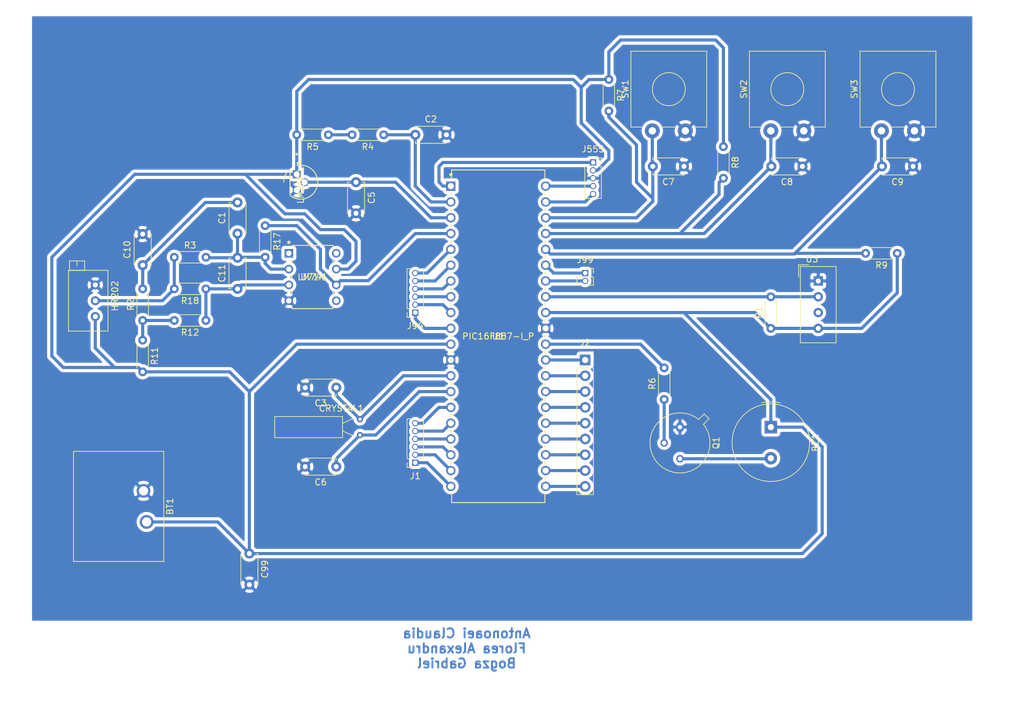
<source format=kicad_pcb>
(kicad_pcb (version 20171130) (host pcbnew "(5.1.0)-1")
  (layers (0 F.Cu signal) (31 B.Cu signal) (34 B.Paste user) (35 F.Paste user) (36 B.SilkS user) (37 F.SilkS user) (38 B.Mask user) (39 F.Mask user) (44 Edge.Cuts user))
  (net 0 "")
  (net 1 +5V)
  (net 2 "Net-(BZ1-Pad2)")
  (net 3 "Net-(C1-Pad2)")
  (net 4 "Net-(C1-Pad1)")
  (net 5 "Net-(C2-Pad1)")
  (net 6 GND)
  (net 7 "Net-(C3-Pad1)")
  (net 8 "Net-(C5-Pad1)")
  (net 9 "Net-(C6-Pad1)")
  (net 10 "Net-(C7-Pad2)")
  (net 11 "Net-(C8-Pad2)")
  (net 12 "Net-(C9-Pad2)")
  (net 13 "Net-(C11-Pad1)")
  (net 14 "Net-(HR202-Pad2)")
  (net 15 "Net-(J94-Pad1)")
  (net 16 "Net-(J94-Pad2)")
  (net 17 "Net-(J94-Pad3)")
  (net 18 "Net-(J94-Pad4)")
  (net 19 "Net-(J94-Pad5)")
  (net 20 "Net-(J94-Pad6)")
  (net 21 "Net-(J99-Pad1)")
  (net 22 "Net-(J99-Pad2)")
  (net 23 "Net-(J555-Pad5)")
  (net 24 "Net-(J555-Pad4)")
  (net 25 "Net-(J555-Pad1)")
  (net 26 "Net-(Q1-Pad2)")
  (net 27 "Net-(R1-Pad2)")
  (net 28 "Net-(R11-Pad1)")
  (net 29 "Net-(R4-Pad2)")
  (net 30 "Net-(R6-Pad2)")
  (net 31 "Net-(R17-Pad1)")
  (net 32 "Net-(U3-Pad3)")
  (net 33 "Net-(U714-Pad1)")
  (net 34 "Net-(U714-Pad5)")
  (net 35 "Net-(U714-Pad8)")
  (net 36 "Net-(J1-Pad6)")
  (net 37 "Net-(J1-Pad5)")
  (net 38 "Net-(J1-Pad4)")
  (net 39 "Net-(J1-Pad3)")
  (net 40 "Net-(J1-Pad2)")
  (net 41 "Net-(J1-Pad1)")
  (net 42 "Net-(J2-Pad9)")
  (net 43 "Net-(J2-Pad8)")
  (net 44 "Net-(J2-Pad7)")
  (net 45 "Net-(J2-Pad6)")
  (net 46 "Net-(J2-Pad5)")
  (net 47 "Net-(J2-Pad4)")
  (net 48 "Net-(J2-Pad3)")
  (net 49 "Net-(J2-Pad2)")
  (net 50 "Net-(J2-Pad1)")
  (module Button_Switch_Keyboard:SW_Matias_1.75u (layer F.Cu) (at 88.265 132.08 270)
    (fp_text reference BT1 (at -2.5 -3.75 270) (layer F.SilkS))
    (fp_text value Alimentare)
    (pad 2 thru_hole circle (at -5 0.5 270) (size 2.2 2.2) (drill 1.5) (layers *.Cu *.Mask) (net 6 GND))
    (pad 1 thru_hole circle (at 0 0 270) (size 2.2 2.2) (drill 1.5) (layers *.Cu *.Mask) (net 1 +5V))
  )
  (module Capacitor_THT:C_Disc_D4.7mm_W2.5mm_P5.00mm (layer F.Cu) (at 104.775 137.16 270)
    (fp_text reference C99 (at 2.5 -2.5 270) (layer F.SilkS))
    (fp_text value 100nF)
    (pad 2 thru_hole circle (at 5 0 270) (size 1.6 1.6) (drill 0.8) (layers *.Cu *.Mask) (net 6 GND))
    (pad 1 thru_hole circle (at 0 0 270) (size 1.6 1.6) (drill 0.8) (layers *.Cu *.Mask) (net 1 +5V))
  )
  (module Connector_PinSocket_2.54mm:PinSocket_1x09_P2.54mm_Vertical (layer F.Cu) (at 158.75 106.045)
    (fp_text reference J2 (at 0 -2.77) (layer F.SilkS))
    (fp_text value Conn_01x09_Female)
    (pad 9 thru_hole oval (at 0 20.32) (size 1.7 1.7) (drill 1) (layers *.Cu *.Mask) (net 42 "Net-(J2-Pad9)"))
    (pad 8 thru_hole oval (at 0 17.78) (size 1.7 1.7) (drill 1) (layers *.Cu *.Mask) (net 43 "Net-(J2-Pad8)"))
    (pad 7 thru_hole oval (at 0 15.24) (size 1.7 1.7) (drill 1) (layers *.Cu *.Mask) (net 44 "Net-(J2-Pad7)"))
    (pad 6 thru_hole oval (at 0 12.7) (size 1.7 1.7) (drill 1) (layers *.Cu *.Mask) (net 45 "Net-(J2-Pad6)"))
    (pad 5 thru_hole oval (at 0 10.16) (size 1.7 1.7) (drill 1) (layers *.Cu *.Mask) (net 46 "Net-(J2-Pad5)"))
    (pad 4 thru_hole oval (at 0 7.62) (size 1.7 1.7) (drill 1) (layers *.Cu *.Mask) (net 47 "Net-(J2-Pad4)"))
    (pad 3 thru_hole oval (at 0 5.08) (size 1.7 1.7) (drill 1) (layers *.Cu *.Mask) (net 48 "Net-(J2-Pad3)"))
    (pad 2 thru_hole oval (at 0 2.54) (size 1.7 1.7) (drill 1) (layers *.Cu *.Mask) (net 49 "Net-(J2-Pad2)"))
    (pad 1 thru_hole rect (at 0 0) (size 1.7 1.7) (drill 1) (layers *.Cu *.Mask) (net 50 "Net-(J2-Pad1)"))
  )
  (module Sensor:Aosong_DHT11_5.5x12.0_P2.54mm (layer F.Cu) (at 196.215 93.345)
    (fp_text reference U3 (at -1 -3.5) (layer F.SilkS))
    (fp_text value DHT11)
    (pad 1 thru_hole rect (at 0 0) (size 1.5 1.5) (drill 0.8) (layers *.Cu *.Mask) (net 6 GND))
    (pad 2 thru_hole circle (at 0 2.54) (size 1.5 1.5) (drill 0.8) (layers *.Cu *.Mask) (net 27 "Net-(R1-Pad2)"))
    (pad 3 thru_hole circle (at 0 5.08) (size 1.5 1.5) (drill 0.8) (layers *.Cu *.Mask) (net 32 "Net-(U3-Pad3)"))
    (pad 4 thru_hole circle (at 0 7.62) (size 1.5 1.5) (drill 0.8) (layers *.Cu *.Mask) (net 1 +5V))
  )
  (module Buzzer_Beeper:Buzzer_TDK_PS1240P02BT_D12.2mm_H6.5mm (layer F.Cu) (at 188.595 116.84 270)
    (fp_text reference BZ1 (at 2.5 -7.17 270) (layer F.SilkS))
    (fp_text value Buzzer)
    (pad 1 thru_hole rect (at 0 0 270) (size 2 2) (drill 1) (layers *.Cu *.Mask) (net 1 +5V))
    (pad 2 thru_hole circle (at 5 0 270) (size 2 2) (drill 1) (layers *.Cu *.Mask) (net 2 "Net-(BZ1-Pad2)"))
  )
  (module Potentiometer_THT:Potentiometer_Bourns_3299X_Horizontal (layer F.Cu) (at 80.01 99.06 270)
    (fp_text reference HR202 (at -3.3 -3.16 270) (layer F.SilkS))
    (fp_text value R_POT)
    (pad 3 thru_hole circle (at -5.08 0 270) (size 1.44 1.44) (drill 0.8) (layers *.Cu *.Mask) (net 6 GND))
    (pad 2 thru_hole circle (at -2.54 0 270) (size 1.44 1.44) (drill 0.8) (layers *.Cu *.Mask) (net 14 "Net-(HR202-Pad2)"))
    (pad 1 thru_hole circle (at 0 0 270) (size 1.44 1.44) (drill 0.8) (layers *.Cu *.Mask) (net 1 +5V))
  )
  (module Resistor_THT:R_Axial_DIN0204_L3.6mm_D1.6mm_P5.08mm_Horizontal (layer F.Cu) (at 117.475 69.85 180)
    (fp_text reference R5 (at 2.54 -1.92 180) (layer F.SilkS))
    (fp_text value R_PHOTO)
    (pad 2 thru_hole oval (at 5.08 0 180) (size 1.4 1.4) (drill 0.7) (layers *.Cu *.Mask) (net 1 +5V))
    (pad 1 thru_hole circle (at 0 0 180) (size 1.4 1.4) (drill 0.7) (layers *.Cu *.Mask) (net 29 "Net-(R4-Pad2)"))
  )
  (module Capacitor_THT:C_Disc_D4.7mm_W2.5mm_P5.00mm (layer F.Cu) (at 102.87 94.615 90)
    (fp_text reference C11 (at 2.5 -2.5 90) (layer F.SilkS))
    (fp_text value 1uF)
    (pad 2 thru_hole circle (at 5 0 90) (size 1.6 1.6) (drill 0.8) (layers *.Cu *.Mask) (net 4 "Net-(C1-Pad1)"))
    (pad 1 thru_hole circle (at 0 0 90) (size 1.6 1.6) (drill 0.8) (layers *.Cu *.Mask) (net 13 "Net-(C11-Pad1)"))
  )
  (module Capacitor_THT:C_Disc_D4.7mm_W2.5mm_P5.00mm (layer F.Cu) (at 87.63 90.805 90)
    (fp_text reference C10 (at 2.5 -2.5 90) (layer F.SilkS))
    (fp_text value 1uF)
    (pad 2 thru_hole circle (at 5 0 90) (size 1.6 1.6) (drill 0.8) (layers *.Cu *.Mask) (net 6 GND))
    (pad 1 thru_hole circle (at 0 0 90) (size 1.6 1.6) (drill 0.8) (layers *.Cu *.Mask) (net 3 "Net-(C1-Pad2)"))
  )
  (module Capacitor_THT:C_Disc_D4.7mm_W2.5mm_P5.00mm (layer F.Cu) (at 211.455 74.93 180)
    (fp_text reference C9 (at 2.5 -2.5 180) (layer F.SilkS))
    (fp_text value 22pF)
    (pad 2 thru_hole circle (at 5 0 180) (size 1.6 1.6) (drill 0.8) (layers *.Cu *.Mask) (net 12 "Net-(C9-Pad2)"))
    (pad 1 thru_hole circle (at 0 0 180) (size 1.6 1.6) (drill 0.8) (layers *.Cu *.Mask) (net 6 GND))
  )
  (module Capacitor_THT:C_Disc_D4.7mm_W2.5mm_P5.00mm (layer F.Cu) (at 193.675 74.93 180)
    (fp_text reference C8 (at 2.5 -2.5 180) (layer F.SilkS))
    (fp_text value 22pF)
    (pad 2 thru_hole circle (at 5 0 180) (size 1.6 1.6) (drill 0.8) (layers *.Cu *.Mask) (net 11 "Net-(C8-Pad2)"))
    (pad 1 thru_hole circle (at 0 0 180) (size 1.6 1.6) (drill 0.8) (layers *.Cu *.Mask) (net 6 GND))
  )
  (module Capacitor_THT:C_Disc_D4.7mm_W2.5mm_P5.00mm (layer F.Cu) (at 118.745 123.19 180)
    (fp_text reference C6 (at 2.5 -2.5 180) (layer F.SilkS))
    (fp_text value 22pF)
    (pad 2 thru_hole circle (at 5 0 180) (size 1.6 1.6) (drill 0.8) (layers *.Cu *.Mask) (net 6 GND))
    (pad 1 thru_hole circle (at 0 0 180) (size 1.6 1.6) (drill 0.8) (layers *.Cu *.Mask) (net 9 "Net-(C6-Pad1)"))
  )
  (module Capacitor_THT:C_Disc_D4.7mm_W2.5mm_P5.00mm (layer F.Cu) (at 121.92 77.47 270)
    (fp_text reference C5 (at 2.5 -2.5 270) (layer F.SilkS))
    (fp_text value 22pF)
    (pad 2 thru_hole circle (at 5 0 270) (size 1.6 1.6) (drill 0.8) (layers *.Cu *.Mask) (net 6 GND))
    (pad 1 thru_hole circle (at 0 0 270) (size 1.6 1.6) (drill 0.8) (layers *.Cu *.Mask) (net 8 "Net-(C5-Pad1)"))
  )
  (module Capacitor_THT:C_Disc_D4.7mm_W2.5mm_P5.00mm (layer F.Cu) (at 118.745 110.49 180)
    (fp_text reference C3 (at 2.5 -2.5 180) (layer F.SilkS))
    (fp_text value 22pF)
    (pad 2 thru_hole circle (at 5 0 180) (size 1.6 1.6) (drill 0.8) (layers *.Cu *.Mask) (net 6 GND))
    (pad 1 thru_hole circle (at 0 0 180) (size 1.6 1.6) (drill 0.8) (layers *.Cu *.Mask) (net 7 "Net-(C3-Pad1)"))
  )
  (module Capacitor_THT:C_Disc_D4.7mm_W2.5mm_P5.00mm (layer F.Cu) (at 131.445 69.85)
    (fp_text reference C2 (at 2.5 -2.5) (layer F.SilkS))
    (fp_text value 22pF)
    (pad 2 thru_hole circle (at 5 0) (size 1.6 1.6) (drill 0.8) (layers *.Cu *.Mask) (net 6 GND))
    (pad 1 thru_hole circle (at 0 0) (size 1.6 1.6) (drill 0.8) (layers *.Cu *.Mask) (net 5 "Net-(C2-Pad1)"))
  )
  (module Capacitor_THT:C_Disc_D4.7mm_W2.5mm_P5.00mm (layer F.Cu) (at 102.87 85.725 90)
    (fp_text reference C1 (at 2.5 -2.5 90) (layer F.SilkS))
    (fp_text value 1uF)
    (pad 2 thru_hole circle (at 5 0 90) (size 1.6 1.6) (drill 0.8) (layers *.Cu *.Mask) (net 3 "Net-(C1-Pad2)"))
    (pad 1 thru_hole circle (at 0 0 90) (size 1.6 1.6) (drill 0.8) (layers *.Cu *.Mask) (net 4 "Net-(C1-Pad1)"))
  )
  (module Button_Switch_THT:SW_CW_GPTS203211B (layer F.Cu) (at 206.375 69.215 90)
    (fp_text reference SW3 (at 6.7 -4.35 90) (layer F.SilkS))
    (fp_text value SW_Push)
    (pad 2 thru_hole circle (at 0 5.3 90) (size 2.4 2.4) (drill 1.2) (layers *.Cu *.Mask) (net 6 GND))
    (pad 1 thru_hole circle (at 0 0 90) (size 2.4 2.4) (drill 1.2) (layers *.Cu *.Mask) (net 12 "Net-(C9-Pad2)"))
  )
  (module Button_Switch_THT:SW_CW_GPTS203211B (layer F.Cu) (at 188.595 69.215 90)
    (fp_text reference SW2 (at 6.7 -4.35 90) (layer F.SilkS))
    (fp_text value SW_Push)
    (pad 2 thru_hole circle (at 0 5.3 90) (size 2.4 2.4) (drill 1.2) (layers *.Cu *.Mask) (net 6 GND))
    (pad 1 thru_hole circle (at 0 0 90) (size 2.4 2.4) (drill 1.2) (layers *.Cu *.Mask) (net 11 "Net-(C8-Pad2)"))
  )
  (module Button_Switch_THT:SW_CW_GPTS203211B (layer F.Cu) (at 169.545 69.215 90)
    (fp_text reference SW1 (at 6.7 -4.35 90) (layer F.SilkS))
    (fp_text value SW_Push)
    (pad 2 thru_hole circle (at 0 5.3 90) (size 2.4 2.4) (drill 1.2) (layers *.Cu *.Mask) (net 6 GND))
    (pad 1 thru_hole circle (at 0 0 90) (size 2.4 2.4) (drill 1.2) (layers *.Cu *.Mask) (net 10 "Net-(C7-Pad2)"))
  )
  (module Resistor_THT:R_Axial_DIN0204_L3.6mm_D1.6mm_P5.08mm_Horizontal (layer F.Cu) (at 97.79 94.615 180)
    (fp_text reference R18 (at 2.54 -1.92 180) (layer F.SilkS))
    (fp_text value 10K)
    (pad 2 thru_hole oval (at 5.08 0 180) (size 1.4 1.4) (drill 0.7) (layers *.Cu *.Mask) (net 14 "Net-(HR202-Pad2)"))
    (pad 1 thru_hole circle (at 0 0 180) (size 1.4 1.4) (drill 0.7) (layers *.Cu *.Mask) (net 13 "Net-(C11-Pad1)"))
  )
  (module Resistor_THT:R_Axial_DIN0204_L3.6mm_D1.6mm_P5.08mm_Horizontal (layer F.Cu) (at 107.315 84.455 270)
    (fp_text reference R17 (at 2.54 -1.92 270) (layer F.SilkS))
    (fp_text value 10k)
    (pad 2 thru_hole oval (at 5.08 0 270) (size 1.4 1.4) (drill 0.7) (layers *.Cu *.Mask) (net 4 "Net-(C1-Pad1)"))
    (pad 1 thru_hole circle (at 0 0 270) (size 1.4 1.4) (drill 0.7) (layers *.Cu *.Mask) (net 31 "Net-(R17-Pad1)"))
  )
  (module Resistor_THT:R_Axial_DIN0204_L3.6mm_D1.6mm_P5.08mm_Horizontal (layer F.Cu) (at 97.79 99.695 180)
    (fp_text reference R12 (at 2.54 -1.92 180) (layer F.SilkS))
    (fp_text value 10K)
    (pad 2 thru_hole oval (at 5.08 0 180) (size 1.4 1.4) (drill 0.7) (layers *.Cu *.Mask) (net 28 "Net-(R11-Pad1)"))
    (pad 1 thru_hole circle (at 0 0 180) (size 1.4 1.4) (drill 0.7) (layers *.Cu *.Mask) (net 13 "Net-(C11-Pad1)"))
  )
  (module Resistor_THT:R_Axial_DIN0204_L3.6mm_D1.6mm_P5.08mm_Horizontal (layer F.Cu) (at 87.63 102.87 270)
    (fp_text reference R11 (at 2.54 -1.92 270) (layer F.SilkS))
    (fp_text value 10K)
    (pad 2 thru_hole oval (at 5.08 0 270) (size 1.4 1.4) (drill 0.7) (layers *.Cu *.Mask) (net 1 +5V))
    (pad 1 thru_hole circle (at 0 0 270) (size 1.4 1.4) (drill 0.7) (layers *.Cu *.Mask) (net 28 "Net-(R11-Pad1)"))
  )
  (module Resistor_THT:R_Axial_DIN0204_L3.6mm_D1.6mm_P5.08mm_Horizontal (layer F.Cu) (at 208.915 88.9 180)
    (fp_text reference R9 (at 2.54 -1.92 180) (layer F.SilkS))
    (fp_text value 10k)
    (pad 2 thru_hole oval (at 5.08 0 180) (size 1.4 1.4) (drill 0.7) (layers *.Cu *.Mask) (net 12 "Net-(C9-Pad2)"))
    (pad 1 thru_hole circle (at 0 0 180) (size 1.4 1.4) (drill 0.7) (layers *.Cu *.Mask) (net 1 +5V))
  )
  (module Resistor_THT:R_Axial_DIN0204_L3.6mm_D1.6mm_P5.08mm_Horizontal (layer F.Cu) (at 180.975 71.755 270)
    (fp_text reference R8 (at 2.54 -1.92 270) (layer F.SilkS))
    (fp_text value 10k)
    (pad 2 thru_hole oval (at 5.08 0 270) (size 1.4 1.4) (drill 0.7) (layers *.Cu *.Mask) (net 11 "Net-(C8-Pad2)"))
    (pad 1 thru_hole circle (at 0 0 270) (size 1.4 1.4) (drill 0.7) (layers *.Cu *.Mask) (net 1 +5V))
  )
  (module Resistor_THT:R_Axial_DIN0204_L3.6mm_D1.6mm_P5.08mm_Horizontal (layer F.Cu) (at 162.56 60.96 270)
    (fp_text reference R7 (at 2.54 -1.92 270) (layer F.SilkS))
    (fp_text value 10k)
    (pad 2 thru_hole oval (at 5.08 0 270) (size 1.4 1.4) (drill 0.7) (layers *.Cu *.Mask) (net 10 "Net-(C7-Pad2)"))
    (pad 1 thru_hole circle (at 0 0 270) (size 1.4 1.4) (drill 0.7) (layers *.Cu *.Mask) (net 1 +5V))
  )
  (module Resistor_THT:R_Axial_DIN0204_L3.6mm_D1.6mm_P5.08mm_Horizontal (layer F.Cu) (at 171.45 112.395 90)
    (fp_text reference R6 (at 2.54 -1.92 90) (layer F.SilkS))
    (fp_text value 10k)
    (pad 2 thru_hole oval (at 5.08 0 90) (size 1.4 1.4) (drill 0.7) (layers *.Cu *.Mask) (net 30 "Net-(R6-Pad2)"))
    (pad 1 thru_hole circle (at 0 0 90) (size 1.4 1.4) (drill 0.7) (layers *.Cu *.Mask) (net 26 "Net-(Q1-Pad2)"))
  )
  (module Resistor_THT:R_Axial_DIN0204_L3.6mm_D1.6mm_P5.08mm_Horizontal (layer F.Cu) (at 126.365 69.85 180)
    (fp_text reference R4 (at 2.54 -1.92 180) (layer F.SilkS))
    (fp_text value 10k)
    (pad 2 thru_hole oval (at 5.08 0 180) (size 1.4 1.4) (drill 0.7) (layers *.Cu *.Mask) (net 29 "Net-(R4-Pad2)"))
    (pad 1 thru_hole circle (at 0 0 180) (size 1.4 1.4) (drill 0.7) (layers *.Cu *.Mask) (net 5 "Net-(C2-Pad1)"))
  )
  (module Resistor_THT:R_Axial_DIN0204_L3.6mm_D1.6mm_P5.08mm_Horizontal (layer F.Cu) (at 92.71 89.535)
    (fp_text reference R3 (at 2.54 -1.92) (layer F.SilkS))
    (fp_text value 10K)
    (pad 2 thru_hole oval (at 5.08 0) (size 1.4 1.4) (drill 0.7) (layers *.Cu *.Mask) (net 4 "Net-(C1-Pad1)"))
    (pad 1 thru_hole circle (at 0 0) (size 1.4 1.4) (drill 0.7) (layers *.Cu *.Mask) (net 14 "Net-(HR202-Pad2)"))
  )
  (module Resistor_THT:R_Axial_DIN0204_L3.6mm_D1.6mm_P5.08mm_Horizontal (layer F.Cu) (at 87.63 99.695 90)
    (fp_text reference R2 (at 2.54 -1.92 90) (layer F.SilkS))
    (fp_text value 10K)
    (pad 2 thru_hole oval (at 5.08 0 90) (size 1.4 1.4) (drill 0.7) (layers *.Cu *.Mask) (net 3 "Net-(C1-Pad2)"))
    (pad 1 thru_hole circle (at 0 0 90) (size 1.4 1.4) (drill 0.7) (layers *.Cu *.Mask) (net 28 "Net-(R11-Pad1)"))
  )
  (module Resistor_THT:R_Axial_DIN0204_L3.6mm_D1.6mm_P5.08mm_Horizontal (layer F.Cu) (at 188.595 100.965 90)
    (fp_text reference R1 (at 2.54 -1.92 90) (layer F.SilkS))
    (fp_text value 10k)
    (pad 2 thru_hole oval (at 5.08 0 90) (size 1.4 1.4) (drill 0.7) (layers *.Cu *.Mask) (net 27 "Net-(R1-Pad2)"))
    (pad 1 thru_hole circle (at 0 0 90) (size 1.4 1.4) (drill 0.7) (layers *.Cu *.Mask) (net 1 +5V))
  )
  (module Capacitor_THT:C_Disc_D4.7mm_W2.5mm_P5.00mm (layer F.Cu) (at 174.625 74.93 180)
    (fp_text reference C7 (at 2.5 -2.5 180) (layer F.SilkS))
    (fp_text value 22pF)
    (pad 2 thru_hole circle (at 5 0 180) (size 1.6 1.6) (drill 0.8) (layers *.Cu *.Mask) (net 10 "Net-(C7-Pad2)"))
    (pad 1 thru_hole circle (at 0 0 180) (size 1.6 1.6) (drill 0.8) (layers *.Cu *.Mask) (net 6 GND))
  )
  (module Package_TO_SOT_THT:TO-39-3 (layer F.Cu) (at 173.99 116.84 270)
    (fp_text reference Q1 (at 2.54 -5.82 270) (layer F.SilkS))
    (fp_text value 2N2219)
    (pad 1 thru_hole oval (at 0 0 270) (size 1.6 1.2) (drill 0.7) (layers *.Cu *.Mask) (net 6 GND))
    (pad 2 thru_hole oval (at 2.54 2.54 270) (size 1.2 1.2) (drill 0.7) (layers *.Cu *.Mask) (net 26 "Net-(Q1-Pad2)"))
    (pad 3 thru_hole oval (at 5.08 0 270) (size 1.2 1.2) (drill 0.7) (layers *.Cu *.Mask) (net 2 "Net-(BZ1-Pad2)"))
  )
  (module Connector_PinSocket_1.27mm:PinSocket_1x06_P1.27mm_Vertical (layer F.Cu) (at 131.445 122.555 180)
    (fp_text reference J1 (at 0 -2.135 180) (layer F.SilkS))
    (fp_text value Conn_01x06_Female)
    (pad 6 thru_hole oval (at 0 6.35 180) (size 1 1) (drill 0.7) (layers *.Cu *.Mask) (net 36 "Net-(J1-Pad6)"))
    (pad 5 thru_hole oval (at 0 5.08 180) (size 1 1) (drill 0.7) (layers *.Cu *.Mask) (net 37 "Net-(J1-Pad5)"))
    (pad 4 thru_hole oval (at 0 3.81 180) (size 1 1) (drill 0.7) (layers *.Cu *.Mask) (net 38 "Net-(J1-Pad4)"))
    (pad 3 thru_hole oval (at 0 2.54 180) (size 1 1) (drill 0.7) (layers *.Cu *.Mask) (net 39 "Net-(J1-Pad3)"))
    (pad 2 thru_hole oval (at 0 1.27 180) (size 1 1) (drill 0.7) (layers *.Cu *.Mask) (net 40 "Net-(J1-Pad2)"))
    (pad 1 thru_hole rect (at 0 0 180) (size 1 1) (drill 0.7) (layers *.Cu *.Mask) (net 41 "Net-(J1-Pad1)"))
  )
  (module UA741footprints:UA741CP (layer F.Cu) (at 118.745 96.52)
    (fp_text reference U714 (at -3.81 -3.81) (layer F.SilkS))
    (fp_text value LM741 (at -3.81 -3.81) (layer F.SilkS))
    (fp_text user * (at -7.62 -9.0678) (layer F.SilkS))
    (fp_text user * (at -7.62 -9.0678) (layer F.SilkS))
    (pad 1 thru_hole rect (at -7.62 -7.62) (size 1.3716 1.3716) (drill 0.8636) (layers *.Cu *.Mask) (net 33 "Net-(U714-Pad1)"))
    (pad 2 thru_hole circle (at -7.62 -5.08) (size 1.3716 1.3716) (drill 0.8636) (layers *.Cu *.Mask) (net 4 "Net-(C1-Pad1)"))
    (pad 3 thru_hole circle (at -7.62 -2.54) (size 1.3716 1.3716) (drill 0.8636) (layers *.Cu *.Mask) (net 13 "Net-(C11-Pad1)"))
    (pad 4 thru_hole circle (at -7.62 0) (size 1.3716 1.3716) (drill 0.8636) (layers *.Cu *.Mask) (net 6 GND))
    (pad 5 thru_hole circle (at 0 0) (size 1.3716 1.3716) (drill 0.8636) (layers *.Cu *.Mask) (net 34 "Net-(U714-Pad5)"))
    (pad 6 thru_hole circle (at 0 -2.54) (size 1.3716 1.3716) (drill 0.8636) (layers *.Cu *.Mask) (net 31 "Net-(R17-Pad1)"))
    (pad 7 thru_hole circle (at 0 -5.08) (size 1.3716 1.3716) (drill 0.8636) (layers *.Cu *.Mask) (net 1 +5V))
    (pad 8 thru_hole circle (at 0 -7.62) (size 1.3716 1.3716) (drill 0.8636) (layers *.Cu *.Mask) (net 35 "Net-(U714-Pad8)"))
  )
  (module footprints:PIC16F887-I&slash_P (layer F.Cu) (at 137.16 78.105)
    (fp_text reference U1 (at 7.62 24.13) (layer F.SilkS))
    (fp_text value PIC16F887-I_P (at 7.62 24.13) (layer F.SilkS))
    (fp_text user * (at 0 -1.5113) (layer F.SilkS))
    (fp_text user * (at 0 -1.5113) (layer F.SilkS))
    (pad 1 thru_hole rect (at 0 0) (size 1.4986 1.4986) (drill 0.9906) (layers *.Cu *.Mask) (net 25 "Net-(J555-Pad1)"))
    (pad 2 thru_hole circle (at 0 2.54) (size 1.4986 1.4986) (drill 0.9906) (layers *.Cu *.Mask) (net 5 "Net-(C2-Pad1)"))
    (pad 3 thru_hole circle (at 0 5.08) (size 1.4986 1.4986) (drill 0.9906) (layers *.Cu *.Mask) (net 8 "Net-(C5-Pad1)"))
    (pad 4 thru_hole circle (at 0 7.62) (size 1.4986 1.4986) (drill 0.9906) (layers *.Cu *.Mask) (net 31 "Net-(R17-Pad1)"))
    (pad 5 thru_hole circle (at 0 10.16) (size 1.4986 1.4986) (drill 0.9906) (layers *.Cu *.Mask) (net 20 "Net-(J94-Pad6)"))
    (pad 6 thru_hole circle (at 0 12.7) (size 1.4986 1.4986) (drill 0.9906) (layers *.Cu *.Mask) (net 19 "Net-(J94-Pad5)"))
    (pad 7 thru_hole circle (at 0 15.24) (size 1.4986 1.4986) (drill 0.9906) (layers *.Cu *.Mask) (net 18 "Net-(J94-Pad4)"))
    (pad 8 thru_hole circle (at 0 17.78) (size 1.4986 1.4986) (drill 0.9906) (layers *.Cu *.Mask) (net 17 "Net-(J94-Pad3)"))
    (pad 9 thru_hole circle (at 0 20.32) (size 1.4986 1.4986) (drill 0.9906) (layers *.Cu *.Mask) (net 16 "Net-(J94-Pad2)"))
    (pad 10 thru_hole circle (at 0 22.86) (size 1.4986 1.4986) (drill 0.9906) (layers *.Cu *.Mask) (net 15 "Net-(J94-Pad1)"))
    (pad 11 thru_hole circle (at 0 25.4) (size 1.4986 1.4986) (drill 0.9906) (layers *.Cu *.Mask) (net 1 +5V))
    (pad 12 thru_hole circle (at 0 27.94) (size 1.4986 1.4986) (drill 0.9906) (layers *.Cu *.Mask) (net 6 GND))
    (pad 13 thru_hole circle (at 0 30.48) (size 1.4986 1.4986) (drill 0.9906) (layers *.Cu *.Mask) (net 7 "Net-(C3-Pad1)"))
    (pad 14 thru_hole circle (at 0 33.02) (size 1.4986 1.4986) (drill 0.9906) (layers *.Cu *.Mask) (net 9 "Net-(C6-Pad1)"))
    (pad 15 thru_hole circle (at 0 35.56) (size 1.4986 1.4986) (drill 0.9906) (layers *.Cu *.Mask) (net 36 "Net-(J1-Pad6)"))
    (pad 16 thru_hole circle (at 0 38.1) (size 1.4986 1.4986) (drill 0.9906) (layers *.Cu *.Mask) (net 37 "Net-(J1-Pad5)"))
    (pad 17 thru_hole circle (at 0 40.64) (size 1.4986 1.4986) (drill 0.9906) (layers *.Cu *.Mask) (net 38 "Net-(J1-Pad4)"))
    (pad 18 thru_hole circle (at 0 43.18) (size 1.4986 1.4986) (drill 0.9906) (layers *.Cu *.Mask) (net 39 "Net-(J1-Pad3)"))
    (pad 19 thru_hole circle (at 0 45.72) (size 1.4986 1.4986) (drill 0.9906) (layers *.Cu *.Mask) (net 40 "Net-(J1-Pad2)"))
    (pad 20 thru_hole circle (at 0 48.26) (size 1.4986 1.4986) (drill 0.9906) (layers *.Cu *.Mask) (net 41 "Net-(J1-Pad1)"))
    (pad 21 thru_hole circle (at 15.24 48.26) (size 1.4986 1.4986) (drill 0.9906) (layers *.Cu *.Mask) (net 42 "Net-(J2-Pad9)"))
    (pad 22 thru_hole circle (at 15.24 45.72) (size 1.4986 1.4986) (drill 0.9906) (layers *.Cu *.Mask) (net 43 "Net-(J2-Pad8)"))
    (pad 23 thru_hole circle (at 15.24 43.18) (size 1.4986 1.4986) (drill 0.9906) (layers *.Cu *.Mask) (net 44 "Net-(J2-Pad7)"))
    (pad 24 thru_hole circle (at 15.24 40.64) (size 1.4986 1.4986) (drill 0.9906) (layers *.Cu *.Mask) (net 45 "Net-(J2-Pad6)"))
    (pad 25 thru_hole circle (at 15.24 38.1) (size 1.4986 1.4986) (drill 0.9906) (layers *.Cu *.Mask) (net 46 "Net-(J2-Pad5)"))
    (pad 26 thru_hole circle (at 15.24 35.56) (size 1.4986 1.4986) (drill 0.9906) (layers *.Cu *.Mask) (net 47 "Net-(J2-Pad4)"))
    (pad 27 thru_hole circle (at 15.24 33.02) (size 1.4986 1.4986) (drill 0.9906) (layers *.Cu *.Mask) (net 48 "Net-(J2-Pad3)"))
    (pad 28 thru_hole circle (at 15.24 30.48) (size 1.4986 1.4986) (drill 0.9906) (layers *.Cu *.Mask) (net 49 "Net-(J2-Pad2)"))
    (pad 29 thru_hole circle (at 15.24 27.94) (size 1.4986 1.4986) (drill 0.9906) (layers *.Cu *.Mask) (net 50 "Net-(J2-Pad1)"))
    (pad 30 thru_hole circle (at 15.24 25.4) (size 1.4986 1.4986) (drill 0.9906) (layers *.Cu *.Mask) (net 30 "Net-(R6-Pad2)"))
    (pad 31 thru_hole circle (at 15.24 22.86) (size 1.4986 1.4986) (drill 0.9906) (layers *.Cu *.Mask) (net 6 GND))
    (pad 32 thru_hole circle (at 15.24 20.32) (size 1.4986 1.4986) (drill 0.9906) (layers *.Cu *.Mask) (net 1 +5V))
    (pad 33 thru_hole circle (at 15.24 17.78) (size 1.4986 1.4986) (drill 0.9906) (layers *.Cu *.Mask) (net 27 "Net-(R1-Pad2)"))
    (pad 34 thru_hole circle (at 15.24 15.24) (size 1.4986 1.4986) (drill 0.9906) (layers *.Cu *.Mask) (net 22 "Net-(J99-Pad2)"))
    (pad 35 thru_hole circle (at 15.24 12.7) (size 1.4986 1.4986) (drill 0.9906) (layers *.Cu *.Mask) (net 21 "Net-(J99-Pad1)"))
    (pad 36 thru_hole circle (at 15.24 10.16) (size 1.4986 1.4986) (drill 0.9906) (layers *.Cu *.Mask) (net 12 "Net-(C9-Pad2)"))
    (pad 37 thru_hole circle (at 15.24 7.62) (size 1.4986 1.4986) (drill 0.9906) (layers *.Cu *.Mask) (net 11 "Net-(C8-Pad2)"))
    (pad 38 thru_hole circle (at 15.24 5.08) (size 1.4986 1.4986) (drill 0.9906) (layers *.Cu *.Mask) (net 10 "Net-(C7-Pad2)"))
    (pad 39 thru_hole circle (at 15.24 2.54) (size 1.4986 1.4986) (drill 0.9906) (layers *.Cu *.Mask) (net 23 "Net-(J555-Pad5)"))
    (pad 40 thru_hole circle (at 15.24 0) (size 1.4986 1.4986) (drill 0.9906) (layers *.Cu *.Mask) (net 24 "Net-(J555-Pad4)"))
  )
  (module Connector_PinSocket_1.27mm:PinSocket_1x02_P1.27mm_Vertical (layer F.Cu) (at 158.75 92.075)
    (fp_text reference J99 (at 0 -2.135) (layer F.SilkS))
    (fp_text value Conn_01x02_Female)
    (pad 1 thru_hole rect (at 0 0) (size 1 1) (drill 0.7) (layers *.Cu *.Mask) (net 21 "Net-(J99-Pad1)"))
    (pad 2 thru_hole oval (at 0 1.27) (size 1 1) (drill 0.7) (layers *.Cu *.Mask) (net 22 "Net-(J99-Pad2)"))
  )
  (module Crystal:Crystal_AT310_D3.0mm_L10.0mm_Horizontal (layer F.Cu) (at 122.555 115.57 270)
    (fp_text reference CRYSTAL1 (at -1.75 3) (layer F.SilkS))
    (fp_text value 8MHZ)
    (pad 1 thru_hole circle (at 0 0 270) (size 1 1) (drill 0.5) (layers *.Cu *.Mask) (net 7 "Net-(C3-Pad1)"))
    (pad 2 thru_hole circle (at 2.54 0 270) (size 1 1) (drill 0.5) (layers *.Cu *.Mask) (net 9 "Net-(C6-Pad1)"))
  )
  (module Connector_PinSocket_1.27mm:PinSocket_1x06_P1.27mm_Vertical (layer F.Cu) (at 131.445 98.425 180)
    (fp_text reference J94 (at 0 -2.135 180) (layer F.SilkS))
    (fp_text value Conn_01x06_Female)
    (pad 1 thru_hole rect (at 0 0 180) (size 1 1) (drill 0.7) (layers *.Cu *.Mask) (net 15 "Net-(J94-Pad1)"))
    (pad 2 thru_hole oval (at 0 1.27 180) (size 1 1) (drill 0.7) (layers *.Cu *.Mask) (net 16 "Net-(J94-Pad2)"))
    (pad 3 thru_hole oval (at 0 2.54 180) (size 1 1) (drill 0.7) (layers *.Cu *.Mask) (net 17 "Net-(J94-Pad3)"))
    (pad 4 thru_hole oval (at 0 3.81 180) (size 1 1) (drill 0.7) (layers *.Cu *.Mask) (net 18 "Net-(J94-Pad4)"))
    (pad 5 thru_hole oval (at 0 5.08 180) (size 1 1) (drill 0.7) (layers *.Cu *.Mask) (net 19 "Net-(J94-Pad5)"))
    (pad 6 thru_hole oval (at 0 6.35 180) (size 1 1) (drill 0.7) (layers *.Cu *.Mask) (net 20 "Net-(J94-Pad6)"))
  )
  (module Connector_PinSocket_1.27mm:PinSocket_1x05_P1.27mm_Vertical (layer F.Cu) (at 160.02 74.295)
    (fp_text reference J555 (at 0 -2.135) (layer F.SilkS))
    (fp_text value Conn_01x05_Female)
    (pad 5 thru_hole oval (at 0 5.08) (size 1 1) (drill 0.7) (layers *.Cu *.Mask) (net 23 "Net-(J555-Pad5)"))
    (pad 4 thru_hole oval (at 0 3.81) (size 1 1) (drill 0.7) (layers *.Cu *.Mask) (net 24 "Net-(J555-Pad4)"))
    (pad 3 thru_hole oval (at 0 2.54) (size 1 1) (drill 0.7) (layers *.Cu *.Mask) (net 6 GND))
    (pad 2 thru_hole oval (at 0 1.27) (size 1 1) (drill 0.7) (layers *.Cu *.Mask) (net 1 +5V))
    (pad 1 thru_hole rect (at 0 0) (size 1 1) (drill 0.7) (layers *.Cu *.Mask) (net 25 "Net-(J555-Pad1)"))
  )
  (module footprintsLM:LM35DZ (layer F.Cu) (at 113.665 78.74 270)
    (fp_text reference U2 (at -1.27 0.635 270) (layer F.SilkS))
    (fp_text value LM35-LP (at -1.27 0.635 270) (layer F.SilkS))
    (fp_text user * (at 0 0 270) (layer F.SilkS))
    (pad 1 thru_hole rect (at -2.54 1.27 270) (size 1.27 1.27) (drill 0.9652) (layers *.Cu *.Mask) (net 1 +5V))
    (pad 2 thru_hole circle (at -1.27 0 270) (size 1.27 1.27) (drill 0.9652) (layers *.Cu *.Mask) (net 8 "Net-(C5-Pad1)"))
    (pad 3 thru_hole circle (at 0 1.27 270) (size 1.27 1.27) (drill 0.9652) (layers *.Cu *.Mask) (net 6 GND))
  )
  (gr_text "Antonoaei Claudia\nFlorea Alexandru\nBogza Gabriel" (at 139.7 152.4) (layer B.Cu) (effects (font (size 1.5 1.5) (thickness 0.3)) (justify mirror)))
  (segment (start 112.395 76.2) (end 112.395 69.85) (width 0.5) (layer B.Cu) (net 1))
  (segment (start 86.930001 107.250001) (end 83.120001 107.250001) (width 0.5) (layer B.Cu) (net 1))
  (segment (start 87.63 107.95) (end 86.930001 107.250001) (width 0.5) (layer B.Cu) (net 1))
  (segment (start 80.01 104.14) (end 80.01 99.06) (width 0.5) (layer B.Cu) (net 1))
  (segment (start 83.120001 107.250001) (end 80.01 104.14) (width 0.5) (layer B.Cu) (net 1))
  (segment (start 87.63 90.805) (end 87.63 94.615) (width 0.5) (layer B.Cu) (net 3))
  (segment (start 97.71 80.725) (end 102.87 80.725) (width 0.5) (layer B.Cu) (net 3))
  (segment (start 87.63 90.805) (end 97.71 80.725) (width 0.5) (layer B.Cu) (net 3))
  (segment (start 110.155133 91.44) (end 111.125 91.44) (width 0.5) (layer B.Cu) (net 4))
  (segment (start 108.230051 91.44) (end 110.155133 91.44) (width 0.5) (layer B.Cu) (net 4))
  (segment (start 107.315 90.524949) (end 108.230051 91.44) (width 0.5) (layer B.Cu) (net 4))
  (segment (start 107.315 89.535) (end 107.315 90.524949) (width 0.5) (layer B.Cu) (net 4))
  (segment (start 102.95 89.535) (end 102.87 89.615) (width 0.5) (layer B.Cu) (net 4))
  (segment (start 107.315 89.535) (end 102.95 89.535) (width 0.5) (layer B.Cu) (net 4))
  (segment (start 102.87 85.725) (end 102.87 89.615) (width 0.5) (layer B.Cu) (net 4))
  (segment (start 97.87 89.615) (end 97.79 89.535) (width 0.5) (layer B.Cu) (net 4))
  (segment (start 102.87 89.615) (end 97.87 89.615) (width 0.5) (layer B.Cu) (net 4))
  (segment (start 137.16 80.645) (end 133.985 80.645) (width 0.5) (layer B.Cu) (net 5))
  (segment (start 131.445 78.105) (end 131.445 74.295) (width 0.5) (layer B.Cu) (net 5))
  (segment (start 133.985 80.645) (end 131.445 78.105) (width 0.5) (layer B.Cu) (net 5))
  (segment (start 131.445 74.295) (end 131.445 69.85) (width 0.5) (layer B.Cu) (net 5))
  (segment (start 131.445 69.85) (end 126.365 69.85) (width 0.5) (layer B.Cu) (net 5))
  (segment (start 122.555 115.57) (end 129.54 108.585) (width 0.5) (layer B.Cu) (net 7))
  (segment (start 129.54 108.585) (end 137.16 108.585) (width 0.5) (layer B.Cu) (net 7))
  (segment (start 118.745 111.76) (end 122.555 115.57) (width 0.5) (layer B.Cu) (net 7))
  (segment (start 118.745 110.49) (end 118.745 111.76) (width 0.5) (layer B.Cu) (net 7))
  (segment (start 137.16 83.185) (end 133.985 83.185) (width 0.5) (layer B.Cu) (net 8))
  (segment (start 128.27 77.47) (end 121.92 77.47) (width 0.5) (layer B.Cu) (net 8))
  (segment (start 133.985 83.185) (end 128.27 77.47) (width 0.5) (layer B.Cu) (net 8))
  (segment (start 121.92 77.47) (end 113.665 77.47) (width 0.5) (layer B.Cu) (net 8))
  (segment (start 122.555 118.11) (end 125.095 118.11) (width 0.5) (layer B.Cu) (net 9))
  (segment (start 132.08 111.125) (end 137.16 111.125) (width 0.5) (layer B.Cu) (net 9))
  (segment (start 125.095 118.11) (end 132.08 111.125) (width 0.5) (layer B.Cu) (net 9))
  (segment (start 118.745 121.92) (end 122.555 118.11) (width 0.5) (layer B.Cu) (net 9))
  (segment (start 118.745 123.19) (end 118.745 121.92) (width 0.5) (layer B.Cu) (net 9))
  (segment (start 169.545 74.85) (end 169.625 74.93) (width 0.5) (layer B.Cu) (net 10))
  (segment (start 169.625 80.565) (end 169.625 74.93) (width 0.5) (layer B.Cu) (net 10))
  (segment (start 152.4 83.185) (end 167.005 83.185) (width 0.5) (layer B.Cu) (net 10))
  (segment (start 167.005 83.185) (end 169.625 80.565) (width 0.5) (layer B.Cu) (net 10))
  (segment (start 169.545 69.215) (end 169.545 72.39) (width 0.5) (layer B.Cu) (net 10))
  (segment (start 169.545 72.39) (end 169.545 74.85) (width 0.5) (layer B.Cu) (net 10))
  (segment (start 188.595 74.85) (end 188.675 74.93) (width 0.5) (layer B.Cu) (net 11))
  (segment (start 188.595 69.215) (end 188.595 74.85) (width 0.5) (layer B.Cu) (net 11))
  (segment (start 177.88 85.725) (end 188.675 74.93) (width 0.5) (layer B.Cu) (net 11))
  (segment (start 206.375 74.85) (end 206.455 74.93) (width 0.5) (layer B.Cu) (net 12))
  (segment (start 192.370701 89.014299) (end 206.455 74.93) (width 0.5) (layer B.Cu) (net 12))
  (segment (start 152.4 88.265) (end 153.149299 89.014299) (width 0.5) (layer B.Cu) (net 12))
  (segment (start 153.149299 89.014299) (end 192.370701 89.014299) (width 0.5) (layer B.Cu) (net 12))
  (segment (start 206.375 70.485) (end 206.375 69.215) (width 0.5) (layer B.Cu) (net 12))
  (segment (start 206.375 70.485) (end 206.375 74.85) (width 0.5) (layer B.Cu) (net 12))
  (segment (start 206.375 69.85) (end 206.375 70.485) (width 0.5) (layer B.Cu) (net 12))
  (segment (start 103.505 93.98) (end 102.87 94.615) (width 0.5) (layer B.Cu) (net 13))
  (segment (start 111.125 93.98) (end 103.505 93.98) (width 0.5) (layer B.Cu) (net 13))
  (segment (start 102.87 94.615) (end 97.79 94.615) (width 0.5) (layer B.Cu) (net 13))
  (segment (start 97.79 94.615) (end 97.79 99.695) (width 0.5) (layer B.Cu) (net 13))
  (segment (start 92.71 89.535) (end 92.71 94.615) (width 0.5) (layer B.Cu) (net 14))
  (segment (start 90.805 96.52) (end 92.71 94.615) (width 0.5) (layer B.Cu) (net 14))
  (segment (start 80.01 96.52) (end 90.805 96.52) (width 0.5) (layer B.Cu) (net 14))
  (segment (start 136.10033 100.965) (end 137.16 100.965) (width 0.5) (layer B.Cu) (net 15))
  (segment (start 132.985 100.965) (end 136.10033 100.965) (width 0.5) (layer B.Cu) (net 15))
  (segment (start 131.445 99.425) (end 132.985 100.965) (width 0.5) (layer B.Cu) (net 15))
  (segment (start 131.445 98.425) (end 131.445 99.425) (width 0.5) (layer B.Cu) (net 15))
  (segment (start 135.89 97.155) (end 137.16 98.425) (width 0.5) (layer B.Cu) (net 16))
  (segment (start 131.445 97.155) (end 135.89 97.155) (width 0.5) (layer B.Cu) (net 16))
  (segment (start 137.16 95.885) (end 131.445 95.885) (width 0.5) (layer B.Cu) (net 17))
  (segment (start 135.89 94.615) (end 137.16 93.345) (width 0.5) (layer B.Cu) (net 18))
  (segment (start 131.445 94.615) (end 135.89 94.615) (width 0.5) (layer B.Cu) (net 18))
  (segment (start 134.62 93.345) (end 137.16 90.805) (width 0.5) (layer B.Cu) (net 19))
  (segment (start 131.445 93.345) (end 134.62 93.345) (width 0.5) (layer B.Cu) (net 19))
  (segment (start 133.35 92.075) (end 137.16 88.265) (width 0.5) (layer B.Cu) (net 20))
  (segment (start 131.445 92.075) (end 133.35 92.075) (width 0.5) (layer B.Cu) (net 20))
  (segment (start 158.75 92.075) (end 153.67 92.075) (width 0.5) (layer B.Cu) (net 21))
  (segment (start 153.67 92.075) (end 152.4 90.805) (width 0.5) (layer B.Cu) (net 21))
  (segment (start 158.75 93.345) (end 152.4 93.345) (width 0.5) (layer B.Cu) (net 22))
  (segment (start 158.75 80.645) (end 160.02 79.375) (width 0.5) (layer B.Cu) (net 23))
  (segment (start 152.4 80.645) (end 158.75 80.645) (width 0.5) (layer B.Cu) (net 23))
  (segment (start 160.02 78.105) (end 152.4 78.105) (width 0.5) (layer B.Cu) (net 24))
  (segment (start 135.9107 78.105) (end 135.255 77.4493) (width 0.5) (layer B.Cu) (net 25))
  (segment (start 137.16 78.105) (end 135.9107 78.105) (width 0.5) (layer B.Cu) (net 25))
  (segment (start 135.255 77.4493) (end 135.255 74.93) (width 0.5) (layer B.Cu) (net 25))
  (segment (start 135.89 74.295) (end 160.02 74.295) (width 0.5) (layer B.Cu) (net 25))
  (segment (start 135.255 74.93) (end 135.89 74.295) (width 0.5) (layer B.Cu) (net 25))
  (segment (start 92.71 99.695) (end 87.63 99.695) (width 0.5) (layer B.Cu) (net 28))
  (segment (start 87.63 102.87) (end 87.63 99.695) (width 0.5) (layer B.Cu) (net 28))
  (segment (start 121.285 69.85) (end 117.475 69.85) (width 0.5) (layer B.Cu) (net 29))
  (segment (start 167.64 103.505) (end 171.45 107.315) (width 0.5) (layer B.Cu) (net 30))
  (segment (start 152.4 103.505) (end 167.64 103.505) (width 0.5) (layer B.Cu) (net 30))
  (segment (start 119.430799 93.294201) (end 123.875799 93.294201) (width 0.5) (layer B.Cu) (net 31))
  (segment (start 118.745 93.98) (end 119.430799 93.294201) (width 0.5) (layer B.Cu) (net 31))
  (segment (start 131.445 85.725) (end 137.16 85.725) (width 0.5) (layer B.Cu) (net 31))
  (segment (start 123.875799 93.294201) (end 131.445 85.725) (width 0.5) (layer B.Cu) (net 31))
  (segment (start 107.315 84.455) (end 112.395 84.455) (width 0.5) (layer B.Cu) (net 31))
  (segment (start 112.395 84.455) (end 116.205 88.265) (width 0.5) (layer B.Cu) (net 31))
  (segment (start 116.205 91.44) (end 118.745 93.98) (width 0.5) (layer B.Cu) (net 31))
  (segment (start 116.205 88.265) (end 116.205 91.44) (width 0.5) (layer B.Cu) (net 31))
  (segment (start 135.255 113.665) (end 137.16 113.665) (width 0.5) (layer B.Cu) (net 36))
  (segment (start 131.445 116.205) (end 132.715 116.205) (width 0.5) (layer B.Cu) (net 36))
  (segment (start 132.715 116.205) (end 135.255 113.665) (width 0.5) (layer B.Cu) (net 36))
  (segment (start 132.08 117.475) (end 131.445 117.475) (width 0.5) (layer B.Cu) (net 37))
  (segment (start 137.16 116.205) (end 135.89 117.475) (width 0.5) (layer B.Cu) (net 37))
  (segment (start 135.89 117.475) (end 132.08 117.475) (width 0.5) (layer B.Cu) (net 37))
  (segment (start 132.08 118.745) (end 131.445 118.745) (width 0.5) (layer B.Cu) (net 38))
  (segment (start 137.16 118.745) (end 132.08 118.745) (width 0.5) (layer B.Cu) (net 38))
  (segment (start 135.89 120.015) (end 132.715 120.015) (width 0.5) (layer B.Cu) (net 39))
  (segment (start 137.16 121.285) (end 135.89 120.015) (width 0.5) (layer B.Cu) (net 39))
  (segment (start 132.715 120.015) (end 132.08 120.015) (width 0.5) (layer B.Cu) (net 39))
  (segment (start 132.08 121.285) (end 131.445 121.285) (width 0.5) (layer B.Cu) (net 40))
  (segment (start 137.16 123.825) (end 134.62 121.285) (width 0.5) (layer B.Cu) (net 40))
  (segment (start 134.62 121.285) (end 132.08 121.285) (width 0.5) (layer B.Cu) (net 40))
  (segment (start 132.08 122.555) (end 131.445 122.555) (width 0.5) (layer B.Cu) (net 41))
  (segment (start 137.16 126.365) (end 133.35 122.555) (width 0.5) (layer B.Cu) (net 41))
  (segment (start 133.35 122.555) (end 132.08 122.555) (width 0.5) (layer B.Cu) (net 41))
  (segment (start 158.75 126.365) (end 152.4 126.365) (width 0.5) (layer B.Cu) (net 42))
  (segment (start 158.75 123.825) (end 152.4 123.825) (width 0.5) (layer B.Cu) (net 43))
  (segment (start 158.75 121.285) (end 152.4 121.285) (width 0.5) (layer B.Cu) (net 44))
  (segment (start 157.547919 118.745) (end 152.4 118.745) (width 0.5) (layer B.Cu) (net 45))
  (segment (start 158.75 118.745) (end 157.547919 118.745) (width 0.5) (layer B.Cu) (net 45))
  (segment (start 158.75 116.205) (end 152.4 116.205) (width 0.5) (layer B.Cu) (net 46))
  (segment (start 158.75 113.665) (end 152.4 113.665) (width 0.5) (layer B.Cu) (net 47))
  (segment (start 158.75 111.125) (end 152.4 111.125) (width 0.5) (layer B.Cu) (net 48))
  (segment (start 158.75 108.585) (end 152.4 108.585) (width 0.5) (layer B.Cu) (net 49))
  (segment (start 158.75 106.045) (end 152.4 106.045) (width 0.5) (layer B.Cu) (net 50))
  (segment (start 99.695 132.08) (end 104.775 137.16) (width 0.5) (layer B.Cu) (net 1))
  (segment (start 112.395 103.505) (end 137.16 103.505) (width 0.5) (layer B.Cu) (net 1))
  (segment (start 104.775 137.16) (end 104.775 111.125) (width 0.5) (layer B.Cu) (net 1))
  (segment (start 104.775 111.125) (end 112.395 103.505) (width 0.5) (layer B.Cu) (net 1))
  (segment (start 99.695 132.08) (end 88.265 132.08) (width 0.5) (layer B.Cu) (net 1))
  (segment (start 101.6 107.95) (end 104.775 111.125) (width 0.5) (layer B.Cu) (net 1))
  (segment (start 87.63 107.95) (end 101.6 107.95) (width 0.5) (layer B.Cu) (net 1))
  (segment (start 152.4 98.425) (end 174.625 98.425) (width 0.5) (layer B.Cu) (net 1))
  (segment (start 188.595 112.395) (end 188.595 116.84) (width 0.5) (layer B.Cu) (net 1))
  (segment (start 174.625 98.425) (end 188.595 112.395) (width 0.5) (layer B.Cu) (net 1))
  (segment (start 193.675 116.84) (end 188.595 116.84) (width 0.5) (layer B.Cu) (net 1))
  (segment (start 196.85 120.015) (end 193.675 116.84) (width 0.5) (layer B.Cu) (net 1))
  (segment (start 196.85 133.985) (end 196.85 120.015) (width 0.5) (layer B.Cu) (net 1))
  (segment (start 104.775 137.16) (end 193.675 137.16) (width 0.5) (layer B.Cu) (net 1))
  (segment (start 193.675 137.16) (end 196.85 133.985) (width 0.5) (layer B.Cu) (net 1))
  (segment (start 186.055 98.425) (end 188.595 100.965) (width 0.5) (layer B.Cu) (net 1))
  (segment (start 174.625 98.425) (end 186.055 98.425) (width 0.5) (layer B.Cu) (net 1))
  (segment (start 188.595 100.965) (end 196.215 100.965) (width 0.5) (layer B.Cu) (net 1))
  (segment (start 196.215 100.965) (end 203.2 100.965) (width 0.5) (layer B.Cu) (net 1))
  (segment (start 208.915 95.25) (end 208.915 88.9) (width 0.5) (layer B.Cu) (net 1))
  (segment (start 203.2 100.965) (end 208.915 95.25) (width 0.5) (layer B.Cu) (net 1))
  (segment (start 83.120001 107.250001) (end 74.865001 107.250001) (width 0.5) (layer B.Cu) (net 1))
  (segment (start 74.865001 107.250001) (end 73.025 105.41) (width 0.5) (layer B.Cu) (net 1))
  (segment (start 73.025 105.41) (end 73.025 89.535) (width 0.5) (layer B.Cu) (net 1))
  (segment (start 73.025 89.535) (end 86.36 76.2) (width 0.5) (layer B.Cu) (net 1))
  (segment (start 159.385 60.96) (end 162.56 60.96) (width 0.5) (layer B.Cu) (net 1))
  (segment (start 160.727106 75.565) (end 162.56 73.732106) (width 0.5) (layer B.Cu) (net 1))
  (segment (start 160.02 75.565) (end 160.727106 75.565) (width 0.5) (layer B.Cu) (net 1))
  (segment (start 162.56 73.732106) (end 162.56 72.39) (width 0.5) (layer B.Cu) (net 1))
  (segment (start 162.56 72.39) (end 158.115 67.945) (width 0.5) (layer B.Cu) (net 1))
  (segment (start 158.115 67.945) (end 158.115 62.23) (width 0.5) (layer B.Cu) (net 1))
  (segment (start 158.115 62.23) (end 159.385 60.96) (width 0.5) (layer B.Cu) (net 1))
  (segment (start 112.395 62.865) (end 112.395 69.85) (width 0.5) (layer B.Cu) (net 1))
  (segment (start 114.3 60.96) (end 112.395 62.865) (width 0.5) (layer B.Cu) (net 1))
  (segment (start 158.115 62.23) (end 156.845 60.96) (width 0.5) (layer B.Cu) (net 1))
  (segment (start 156.845 60.96) (end 114.3 60.96) (width 0.5) (layer B.Cu) (net 1))
  (segment (start 118.745 91.44) (end 120.65 91.44) (width 0.5) (layer B.Cu) (net 1))
  (segment (start 120.65 91.44) (end 121.92 90.17) (width 0.5) (layer B.Cu) (net 1))
  (segment (start 121.92 90.17) (end 121.92 86.995) (width 0.5) (layer B.Cu) (net 1))
  (segment (start 121.92 86.995) (end 120.015 85.09) (width 0.5) (layer B.Cu) (net 1))
  (segment (start 120.015 85.09) (end 116.205 85.09) (width 0.5) (layer B.Cu) (net 1))
  (segment (start 116.205 85.09) (end 113.665 82.55) (width 0.5) (layer B.Cu) (net 1))
  (segment (start 113.665 82.55) (end 110.49 82.55) (width 0.5) (layer B.Cu) (net 1))
  (segment (start 110.49 82.55) (end 107.315 79.375) (width 0.5) (layer B.Cu) (net 1))
  (segment (start 107.315 79.375) (end 104.14 76.2) (width 0.5) (layer B.Cu) (net 1))
  (segment (start 86.36 76.2) (end 104.14 76.2) (width 0.5) (layer B.Cu) (net 1))
  (segment (start 104.14 76.2) (end 112.395 76.2) (width 0.5) (layer B.Cu) (net 1))
  (segment (start 180.975 71.755) (end 180.975 55.88) (width 0.5) (layer B.Cu) (net 1))
  (segment (start 180.975 55.88) (end 179.705 54.61) (width 0.5) (layer B.Cu) (net 1))
  (segment (start 179.705 54.61) (end 164.465 54.61) (width 0.5) (layer B.Cu) (net 1))
  (segment (start 162.56 56.515) (end 162.56 60.96) (width 0.5) (layer B.Cu) (net 1))
  (segment (start 164.465 54.61) (end 162.56 56.515) (width 0.5) (layer B.Cu) (net 1))
  (segment (start 188.515 121.92) (end 188.595 121.84) (width 0.5) (layer B.Cu) (net 2))
  (segment (start 173.99 121.92) (end 188.515 121.92) (width 0.5) (layer B.Cu) (net 2))
  (segment (start 162.56 67.029949) (end 167.005 71.474949) (width 0.5) (layer B.Cu) (net 10))
  (segment (start 162.56 66.04) (end 162.56 67.029949) (width 0.5) (layer B.Cu) (net 10))
  (segment (start 167.005 71.474949) (end 167.005 77.47) (width 0.5) (layer B.Cu) (net 10))
  (segment (start 167.005 77.47) (end 169.545 80.01) (width 0.5) (layer B.Cu) (net 10))
  (segment (start 180.275001 79.439999) (end 173.99 85.725) (width 0.5) (layer B.Cu) (net 11))
  (segment (start 180.275001 77.534999) (end 180.275001 79.439999) (width 0.5) (layer B.Cu) (net 11))
  (segment (start 180.975 76.835) (end 180.275001 77.534999) (width 0.5) (layer B.Cu) (net 11))
  (segment (start 152.4 85.725) (end 173.99 85.725) (width 0.5) (layer B.Cu) (net 11))
  (segment (start 173.99 85.725) (end 177.88 85.725) (width 0.5) (layer B.Cu) (net 11))
  (segment (start 192.485 88.9) (end 192.370701 89.014299) (width 0.5) (layer B.Cu) (net 12))
  (segment (start 203.835 88.9) (end 192.485 88.9) (width 0.5) (layer B.Cu) (net 12))
  (segment (start 171.45 119.38) (end 171.45 112.395) (width 0.5) (layer B.Cu) (net 26))
  (segment (start 152.4 95.885) (end 188.595 95.885) (width 0.5) (layer B.Cu) (net 27))
  (segment (start 188.595 95.885) (end 196.215 95.885) (width 0.5) (layer B.Cu) (net 27))
  (zone (net 6) (net_name GND) (layer B.Cu) (connect_pads (clearance 0.508)) (min_thickness 0.254) (fill yes (arc_segments 32) (thermal_gap 0.508) (thermal_bridge_width 0.508))
    (polygon (pts (xy 220.98 50.8) (xy 71.755 50.8) (xy 69.85 50.8) (xy 69.85 147.955) (xy 220.98 147.955)))
  )
)
</source>
